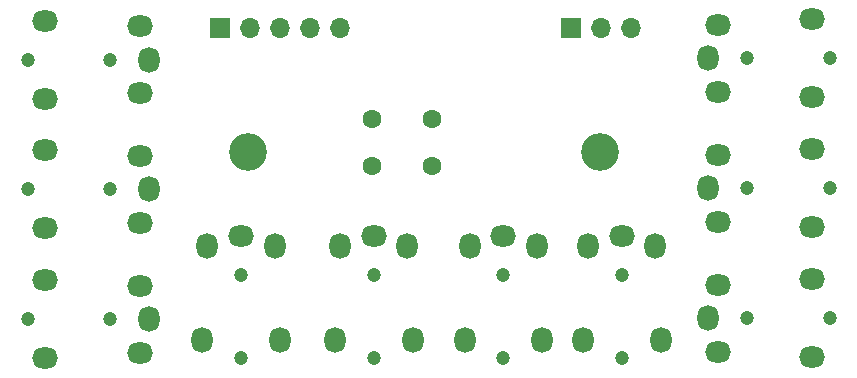
<source format=gbr>
%TF.GenerationSoftware,KiCad,Pcbnew,(6.0.5)*%
%TF.CreationDate,2022-05-17T14:08:41+02:00*%
%TF.ProjectId,i2c_bus_magslide,6932635f-6275-4735-9f6d-6167736c6964,rev?*%
%TF.SameCoordinates,Original*%
%TF.FileFunction,Soldermask,Bot*%
%TF.FilePolarity,Negative*%
%FSLAX46Y46*%
G04 Gerber Fmt 4.6, Leading zero omitted, Abs format (unit mm)*
G04 Created by KiCad (PCBNEW (6.0.5)) date 2022-05-17 14:08:41*
%MOMM*%
%LPD*%
G01*
G04 APERTURE LIST*
%ADD10C,3.200000*%
%ADD11C,1.600000*%
%ADD12R,1.700000X1.700000*%
%ADD13O,1.700000X1.700000*%
%ADD14C,1.200000*%
%ADD15O,2.200000X1.800000*%
%ADD16O,1.800000X2.200000*%
G04 APERTURE END LIST*
D10*
%TO.C,H2*%
X155700000Y-75500000D03*
%TD*%
%TO.C,H1*%
X185500000Y-75500000D03*
%TD*%
D11*
%TO.C,R2*%
X166200000Y-76700000D03*
X171280000Y-76700000D03*
%TD*%
%TO.C,R1*%
X171280000Y-72700000D03*
X166200000Y-72700000D03*
%TD*%
D12*
%TO.C,J12*%
X183000000Y-65000000D03*
D13*
X185540000Y-65000000D03*
X188080000Y-65000000D03*
%TD*%
D12*
%TO.C,J11*%
X153300000Y-65000000D03*
D13*
X155840000Y-65000000D03*
X158380000Y-65000000D03*
X160920000Y-65000000D03*
X163460000Y-65000000D03*
%TD*%
D14*
%TO.C,J10*%
X144025000Y-78700000D03*
X137025000Y-78700000D03*
D15*
X138525000Y-82000000D03*
X146525000Y-75850000D03*
D16*
X147325000Y-78700000D03*
D15*
X146525000Y-81550000D03*
X138525000Y-75400000D03*
%TD*%
%TO.C,J9*%
X138525000Y-64400000D03*
X146525000Y-70550000D03*
D16*
X147325000Y-67700000D03*
D15*
X146525000Y-64850000D03*
X138525000Y-71000000D03*
D14*
X137025000Y-67700000D03*
X144025000Y-67700000D03*
%TD*%
%TO.C,J8*%
X155100000Y-85975000D03*
X155100000Y-92975000D03*
D16*
X158400000Y-91475000D03*
X152250000Y-83475000D03*
D15*
X155100000Y-82675000D03*
D16*
X157950000Y-83475000D03*
X151800000Y-91475000D03*
%TD*%
D14*
%TO.C,J7*%
X197975000Y-67600000D03*
X204975000Y-67600000D03*
D15*
X203475000Y-64300000D03*
X195475000Y-70450000D03*
D16*
X194675000Y-67600000D03*
D15*
X195475000Y-64750000D03*
X203475000Y-70900000D03*
%TD*%
%TO.C,J6*%
X138525000Y-86400000D03*
X146525000Y-92550000D03*
D16*
X147325000Y-89700000D03*
D15*
X146525000Y-86850000D03*
X138525000Y-93000000D03*
D14*
X137025000Y-89700000D03*
X144025000Y-89700000D03*
%TD*%
%TO.C,J5*%
X197975000Y-78600000D03*
X204975000Y-78600000D03*
D15*
X203475000Y-75300000D03*
X195475000Y-81450000D03*
D16*
X194675000Y-78600000D03*
D15*
X195475000Y-75750000D03*
X203475000Y-81900000D03*
%TD*%
D16*
%TO.C,J4*%
X174025000Y-91475000D03*
X180175000Y-83475000D03*
D15*
X177325000Y-82675000D03*
D16*
X174475000Y-83475000D03*
X180625000Y-91475000D03*
D14*
X177325000Y-92975000D03*
X177325000Y-85975000D03*
%TD*%
%TO.C,J3*%
X166325000Y-85975000D03*
X166325000Y-92975000D03*
D16*
X169625000Y-91475000D03*
X163475000Y-83475000D03*
D15*
X166325000Y-82675000D03*
D16*
X169175000Y-83475000D03*
X163025000Y-91475000D03*
%TD*%
D14*
%TO.C,J2*%
X197975000Y-89600000D03*
X204975000Y-89600000D03*
D15*
X203475000Y-86300000D03*
X195475000Y-92450000D03*
D16*
X194675000Y-89600000D03*
D15*
X195475000Y-86750000D03*
X203475000Y-92900000D03*
%TD*%
D14*
%TO.C,J1*%
X187325000Y-85975000D03*
X187325000Y-92975000D03*
D16*
X190625000Y-91475000D03*
X184475000Y-83475000D03*
D15*
X187325000Y-82675000D03*
D16*
X190175000Y-83475000D03*
X184025000Y-91475000D03*
%TD*%
M02*

</source>
